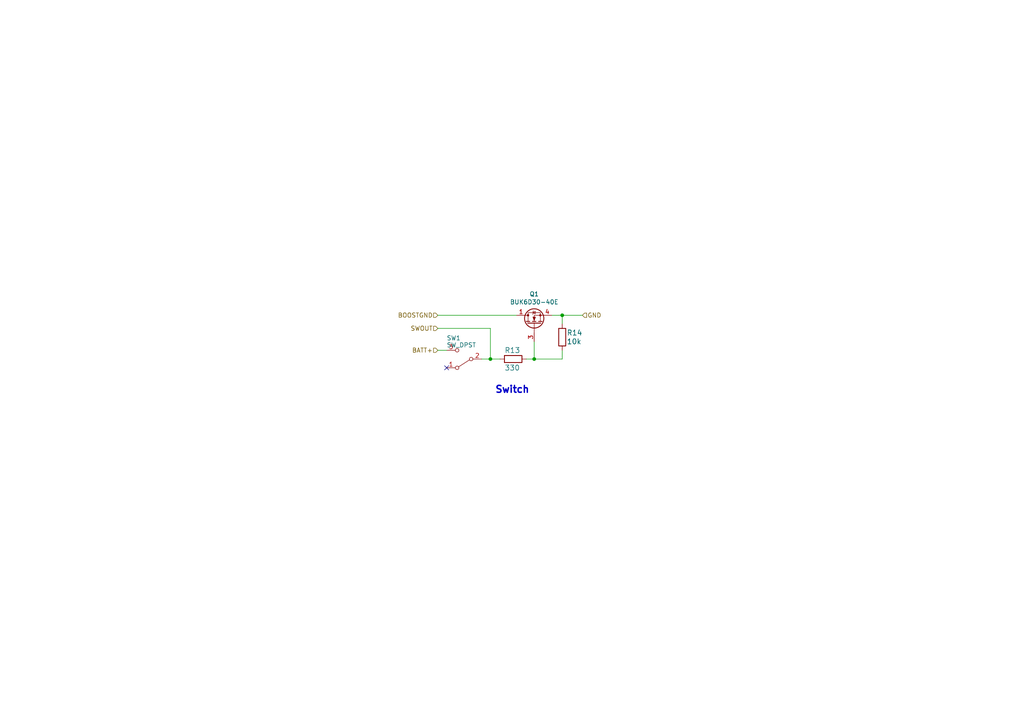
<source format=kicad_sch>
(kicad_sch (version 20210621) (generator eeschema)
  (paper "A4")
  (lib_symbols
    (symbol "Button_Switch_LE:CL-SB-22A" (pin_names (offset 0) hide)
      (property "Reference" "SW" (at 0 4.318 0))
      (property "Value" "CL-SB-22A" (at 0 -5.08 0))
      (symbol "CL-SB-22A_0_0"
        (circle (center -2.032 0) (radius 0.508))
        (circle (center 2.032 -2.54) (radius 0.508))
        (pin passive line (at 5.08 2.54 180) (length 2.54) hide (name "1") (number "4"))
        (pin passive line (at -5.08 0 0) (length 2.54) hide (name "C") (number "5"))
        (pin passive line (at 5.08 -2.54 180) (length 2.54) hide (name "2") (number "6"))
      )
      (symbol "CL-SB-22A_0_1"
        (polyline (pts (xy -1.524 0.254) (xy 1.651 2.286)))
        (circle (center 2.032 2.54) (radius 0.508))
      )
      (symbol "CL-SB-22A_1_1"
        (pin passive line (at 5.08 2.54 180) (length 2.54) (name "1") (number "1"))
        (pin passive line (at -5.08 0 0) (length 2.54) (name "C") (number "2"))
        (pin passive line (at 5.08 -2.54 180) (length 2.54) (name "2") (number "3"))
      )
    )
    (symbol "Frequently_Used_LE:R" (pin_numbers hide) (pin_names (offset 0))
      (property "Reference" "R" (at 2.032 0 90))
      (property "Value" "R" (at -1.905 0 90))
      (symbol "R_0_1"
        (rectangle (start -1.016 -2.54) (end 1.016 2.54) (stroke (width 0.254)))
      )
      (symbol "R_1_1"
        (pin passive line (at 0 3.81 270) (length 1.27) (name "~") (number "1"))
        (pin passive line (at 0 -3.81 90) (length 1.27) (name "~") (number "2"))
      )
    )
    (symbol "Li_Ion_LE:BUK6D30-40E" (pin_names hide)
      (property "Reference" "Q" (at 5.08 1.905 0))
      (property "Value" "BUK6D30-40E" (at 5.08 0 0))
      (symbol "BUK6D30-40E_0_0"
        (pin passive line (at 2.54 5.08 270) (length 2.54) hide (name "D") (number "2"))
        (pin passive line (at 2.54 5.08 270) (length 2.54) hide (name "D") (number "6"))
        (pin passive line (at 2.54 5.08 270) (length 2.54) hide (name "D") (number "7"))
      )
      (symbol "BUK6D30-40E_0_1"
        (polyline (pts (xy 0.254 0) (xy -2.54 0)))
        (polyline (pts (xy 0.254 1.905) (xy 0.254 -1.905)) (stroke (width 0.254)))
        (polyline (pts (xy 0.762 -1.27) (xy 0.762 -2.286)) (stroke (width 0.254)))
        (polyline (pts (xy 0.762 0.508) (xy 0.762 -0.508)) (stroke (width 0.254)))
        (polyline (pts (xy 0.762 2.286) (xy 0.762 1.27)) (stroke (width 0.254)))
        (polyline (pts (xy 2.54 2.54) (xy 2.54 1.778)))
        (polyline (pts (xy 2.54 -2.54) (xy 2.54 0) (xy 0.762 0)))
        (polyline (pts (xy 0.762 -1.778) (xy 3.302 -1.778) (xy 3.302 1.778) (xy 0.762 1.778)))
        (polyline (pts (xy 1.016 0) (xy 2.032 0.381) (xy 2.032 -0.381) (xy 1.016 0)) (fill (type outline)))
        (polyline (pts (xy 2.794 0.4572) (xy 2.921 0.3302) (xy 3.683 0.3302) (xy 3.81 0.2032)))
        (polyline (pts (xy 3.302 0.3302) (xy 2.921 -0.3048) (xy 3.683 -0.3048) (xy 3.302 0.3302)))
        (circle (center 1.6256 0) (radius 2.794) (stroke (width 0.254)))
        (circle (center 2.54 -1.778) (radius 0.254) (fill (type outline)))
        (circle (center 2.54 1.778) (radius 0.254) (fill (type outline)))
      )
      (symbol "BUK6D30-40E_1_1"
        (pin passive line (at 2.54 5.08 270) (length 2.54) (name "D") (number "1"))
        (pin passive line (at -5.08 0 0) (length 2.54) (name "G") (number "3"))
        (pin passive line (at 2.54 -5.08 90) (length 2.54) (name "S") (number "4"))
        (pin passive line (at 2.54 5.08 270) (length 2.54) hide (name "D") (number "5"))
        (pin passive line (at 2.54 -5.08 90) (length 2.54) hide (name "S") (number "8"))
      )
    )
  )
  (junction (at 154.94 104.14))
  (junction (at 163.068 91.44))
  (junction (at 142.24 104.14))
  (no_connect (at 129.54 106.68))
  (wire (pts (xy 160.02 91.44) (xy 163.068 91.44)))
  (wire (pts (xy 163.068 104.14) (xy 154.94 104.14)))
  (wire (pts (xy 154.94 99.06) (xy 154.94 104.14)))
  (wire (pts (xy 142.24 95.25) (xy 142.24 104.14)))
  (wire (pts (xy 149.86 91.44) (xy 127 91.44)))
  (wire (pts (xy 139.7 104.14) (xy 142.24 104.14)))
  (wire (pts (xy 142.24 104.14) (xy 145.034 104.14)))
  (wire (pts (xy 163.068 101.6) (xy 163.068 104.14)))
  (wire (pts (xy 154.94 104.14) (xy 152.654 104.14)))
  (wire (pts (xy 127 101.6) (xy 129.54 101.6)))
  (wire (pts (xy 163.068 91.44) (xy 168.91 91.44)))
  (wire (pts (xy 127 95.25) (xy 142.24 95.25)))
  (wire (pts (xy 163.068 93.98) (xy 163.068 91.44)))
  (text "Switch" (at 143.51 114.3 0) (effects (font (size 2.0066 2.0066) (thickness 0.4013) bold) (justify left bottom)))
  (hierarchical_label "BATT+" (shape input) (at 127 101.6 180))
  (hierarchical_label "GND" (shape input) (at 168.91 91.44 0))
  (hierarchical_label "SWOUT" (shape input) (at 127 95.25 180))
  (hierarchical_label "BOOSTGND" (shape input) (at 127 91.44 180))
  (symbol (lib_id "Li_Ion_LE:BUK6D30-40E") (at 154.94 93.98 90) (unit 1)
    (property "Reference" "Q1" (at 154.94 85.2932 90))
    (property "Value" "BUK6D30-40E" (at 154.94 87.6046 90))
    (property "Footprint" "Li_Ion_LE:BUK6D3040EX" (effects hide))
    (property "Datasheet" "https://www.mouser.com/datasheet/2/916/BUK6D30-40E-1839903.pdf" (effects hide))
    (property "Description" "N-Channel 6A (Ta), 18A (Tc) 2W (Ta), 19W (Tc) Surface Mount DFN2020MD-6" (effects hide))
    (property "Manufacturer Name" "Nexperia" (effects hide))
    (property "Manufacturer Part No." "BUK6D30-40EX" (effects hide))
    (property "Source 1" "None" (effects hide))
    (property "Source 1 Part No." "1727-BUK6D30-40EXCT-ND" (effects hide))
    (property "Source 2" "Mouser" (effects hide))
    (property "Source 2 Part No." "771-BUK6D30-40EX" (effects hide))
  )
  (symbol (lib_id "Button_Switch_LE:CL-SB-22A") (at 134.62 104.14 180) (unit 1)
    (property "Reference" "SW1" (at 129.54 98.044 0) (effects (justify right)))
    (property "Value" "SW_DPST" (at 129.54 100.076 0) (effects (justify right)))
    (property "Footprint" "Button_Switch_LE:CL-SB-22A_Edge" (effects hide))
    (property "Datasheet" "https://www.nidec-copal-electronics.com/e/catalog/switch/cl-sb.pdf" (effects hide))
    (property "Description" "Slide Switch DPDT Surface Mount, Right Angle" (effects hide))
    (property "Manufacturer Name" "Nidec Copal Electronics" (effects hide))
    (property "Manufacturer Part No." "CL-SB-22A-11T" (effects hide))
    (property "Source 1" "Digikey" (effects hide))
    (property "Source 1 Part No." "563-1340-1-ND" (effects hide))
    (property "Source 2" "Mouser" (effects hide))
    (property "Source 2 Part No." "229-CL-SB-22A-11T" (effects hide))
  )
  (symbol (lib_id "Frequently_Used_LE:R") (at 163.068 97.79 0) (unit 1)
    (property "Reference" "R14" (at 164.338 96.52 0) (effects (font (size 1.4986 1.4986)) (justify left)))
    (property "Value" "10k" (at 164.338 99.06 0) (effects (font (size 1.4986 1.4986)) (justify left)))
    (property "Footprint" "Frequently_Used_LE:0603_1608Metric" (effects hide))
    (property "Datasheet" "https://www.mouser.com/datasheet/2/348/esr_e-1139161.pdf" (effects hide))
    (property "Description" "10 kOhms ±1% 0.25W, 1/4W Chip Resistor" (effects hide))
    (property "Manufacturer Part No." "ESR03EZPF1002" (effects hide))
    (property "Manufacturer Name" "ROHM Semiconductor" (effects hide))
    (property "Source 1" "Digikey" (effects hide))
    (property "Source 1 Part No." "-" (effects hide))
    (property "Source 2" "Mouser" (effects hide))
    (property "Source 2 Part No." "755-ESR03EZPF1002" (effects hide))
  )
  (symbol (lib_id "Frequently_Used_LE:R") (at 148.844 104.14 270) (unit 1)
    (property "Reference" "R13" (at 146.304 101.6 90) (effects (font (size 1.4986 1.4986)) (justify left)))
    (property "Value" "330" (at 146.304 106.68 90) (effects (font (size 1.4986 1.4986)) (justify left)))
    (property "Footprint" "Frequently_Used_LE:0603_1608Metric" (effects hide))
    (property "Datasheet" "https://www.mouser.com/datasheet/2/348/esr_e-1139161.pdf" (effects hide))
    (property "Description" "330 Ohms ±1% 0.25W, 1/4W Chip Resistor" (effects hide))
    (property "Manufacturer Name" "ROHM Semiconductor" (effects hide))
    (property "Manufacturer Part No." "BUK6D30-40EX" (effects hide))
    (property "Source 1" "Digikey" (effects hide))
    (property "Source 1 Part No." "-" (effects hide))
    (property "Source 2" "Mouser" (effects hide))
    (property "Source 2 Part No." "755-ESR03EZPF3300" (effects hide))
  )
)
</source>
